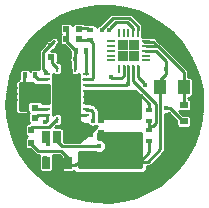
<source format=gbr>
G04 #@! TF.GenerationSoftware,KiCad,Pcbnew,(5.0.1)-4*
G04 #@! TF.CreationDate,2019-01-02T12:26:21-05:00*
G04 #@! TF.ProjectId,XHP70_LED_driver,58485037305F4C45445F647269766572,rev?*
G04 #@! TF.SameCoordinates,Original*
G04 #@! TF.FileFunction,Copper,L1,Top,Signal*
G04 #@! TF.FilePolarity,Positive*
%FSLAX46Y46*%
G04 Gerber Fmt 4.6, Leading zero omitted, Abs format (unit mm)*
G04 Created by KiCad (PCBNEW (5.0.1)-4) date 1/2/2019 12:26:21 PM*
%MOMM*%
%LPD*%
G01*
G04 APERTURE LIST*
G04 #@! TA.AperFunction,ComponentPad*
%ADD10R,0.500000X0.500000*%
G04 #@! TD*
G04 #@! TA.AperFunction,SMDPad,CuDef*
%ADD11R,0.240000X0.600000*%
G04 #@! TD*
G04 #@! TA.AperFunction,SMDPad,CuDef*
%ADD12R,0.600000X0.240000*%
G04 #@! TD*
G04 #@! TA.AperFunction,SMDPad,CuDef*
%ADD13R,0.925000X0.925000*%
G04 #@! TD*
G04 #@! TA.AperFunction,SMDPad,CuDef*
%ADD14O,0.200000X0.750000*%
G04 #@! TD*
G04 #@! TA.AperFunction,SMDPad,CuDef*
%ADD15O,0.750000X0.200000*%
G04 #@! TD*
G04 #@! TA.AperFunction,SMDPad,CuDef*
%ADD16R,0.600000X0.500000*%
G04 #@! TD*
G04 #@! TA.AperFunction,SMDPad,CuDef*
%ADD17R,1.000000X1.250000*%
G04 #@! TD*
G04 #@! TA.AperFunction,SMDPad,CuDef*
%ADD18R,2.500000X1.000000*%
G04 #@! TD*
G04 #@! TA.AperFunction,SMDPad,CuDef*
%ADD19R,1.300000X0.700000*%
G04 #@! TD*
G04 #@! TA.AperFunction,SMDPad,CuDef*
%ADD20R,0.700000X0.600000*%
G04 #@! TD*
G04 #@! TA.AperFunction,SMDPad,CuDef*
%ADD21R,0.500000X0.600000*%
G04 #@! TD*
G04 #@! TA.AperFunction,SMDPad,CuDef*
%ADD22R,0.600000X0.400000*%
G04 #@! TD*
G04 #@! TA.AperFunction,SMDPad,CuDef*
%ADD23R,0.650000X1.060000*%
G04 #@! TD*
G04 #@! TA.AperFunction,SMDPad,CuDef*
%ADD24R,0.400000X0.600000*%
G04 #@! TD*
G04 #@! TA.AperFunction,ViaPad*
%ADD25C,0.450000*%
G04 #@! TD*
G04 #@! TA.AperFunction,Conductor*
%ADD26C,0.250000*%
G04 #@! TD*
G04 #@! TA.AperFunction,Conductor*
%ADD27C,0.254000*%
G04 #@! TD*
%ADD28C,0.254000*%
G04 APERTURE END LIST*
D10*
G04 #@! TO.P,U1,21*
G04 #@! TO.N,GND*
X99500000Y-57250000D03*
X100500000Y-57750000D03*
X99500000Y-57750000D03*
X100000000Y-57750000D03*
X100500000Y-57250000D03*
X100500000Y-56250000D03*
X100500000Y-56750000D03*
X100000000Y-57250000D03*
X100000000Y-56750000D03*
X99500000Y-56750000D03*
X100000000Y-56250000D03*
X99500000Y-56250000D03*
X100000000Y-55750000D03*
X99500000Y-55750000D03*
X99000000Y-56250000D03*
X99000000Y-56750000D03*
X99000000Y-57250000D03*
X99000000Y-57750000D03*
X99500000Y-58250000D03*
X100000000Y-58250000D03*
X100500000Y-58250000D03*
X99000000Y-58250000D03*
X100500000Y-55750000D03*
X99000000Y-55750000D03*
D11*
X99500000Y-54850000D03*
X99500000Y-59150000D03*
X100000000Y-54850000D03*
X100000000Y-59150000D03*
D12*
G04 #@! TO.P,U1,18*
G04 #@! TO.N,Net-(C8-Pad2)*
X101400000Y-55750000D03*
G04 #@! TO.P,U1,16*
G04 #@! TO.N,/LED_A*
X101400000Y-56750000D03*
G04 #@! TO.P,U1,17*
G04 #@! TO.N,/ADC_IOUT*
X101400000Y-56250000D03*
G04 #@! TO.P,U1,13*
G04 #@! TO.N,/MODE*
X101400000Y-58250000D03*
G04 #@! TO.P,U1,15*
G04 #@! TO.N,/LED_A*
X101400000Y-57250000D03*
G04 #@! TO.P,U1,12*
G04 #@! TO.N,GND*
X101400000Y-58750000D03*
G04 #@! TO.P,U1,19*
G04 #@! TO.N,Net-(R4-Pad2)*
X101400000Y-55250000D03*
G04 #@! TO.P,U1,14*
G04 #@! TO.N,/LED_A*
X101400000Y-57750000D03*
D11*
G04 #@! TO.P,U1,11*
G04 #@! TO.N,GND*
X100500000Y-59150000D03*
G04 #@! TO.P,U1,20*
G04 #@! TO.N,/LED_K*
X100500000Y-54850000D03*
D12*
G04 #@! TO.P,U1,9*
G04 #@! TO.N,+BATT*
X98100000Y-58750000D03*
G04 #@! TO.P,U1,2*
G04 #@! TO.N,/ENABLE*
X98100000Y-55250000D03*
G04 #@! TO.P,U1,3*
G04 #@! TO.N,Net-(R1-Pad1)*
X98100000Y-55750000D03*
G04 #@! TO.P,U1,4*
G04 #@! TO.N,Net-(C1-Pad2)*
X98100000Y-56250000D03*
G04 #@! TO.P,U1,8*
G04 #@! TO.N,Net-(C1-Pad1)*
X98100000Y-58250000D03*
G04 #@! TO.P,U1,7*
G04 #@! TO.N,Net-(C1-Pad2)*
X98100000Y-57750000D03*
G04 #@! TO.P,U1,6*
X98100000Y-57250000D03*
G04 #@! TO.P,U1,5*
X98100000Y-56750000D03*
D11*
G04 #@! TO.P,U1,10*
G04 #@! TO.N,Net-(C6-Pad2)*
X99000000Y-59150000D03*
G04 #@! TO.P,U1,1*
G04 #@! TO.N,Net-(C4-Pad2)*
X99000000Y-54850000D03*
G04 #@! TD*
D13*
G04 #@! TO.P,U2,21*
G04 #@! TO.N,N/C*
X105475000Y-53800000D03*
X105475000Y-52875000D03*
X104550000Y-53800000D03*
X104550000Y-52875000D03*
D14*
G04 #@! TO.P,U2,20*
G04 #@! TO.N,/MODE*
X105812500Y-54837500D03*
G04 #@! TO.P,U2,19*
G04 #@! TO.N,/ADC_VOUT*
X105412500Y-54837500D03*
G04 #@! TO.P,U2,18*
G04 #@! TO.N,/ADC_IOUT*
X105012500Y-54837500D03*
G04 #@! TO.P,U2,17*
G04 #@! TO.N,+BATT*
X104612500Y-54837500D03*
G04 #@! TO.P,U2,16*
G04 #@! TO.N,Net-(U2-Pad16)*
X104212500Y-54837500D03*
D15*
G04 #@! TO.P,U2,15*
G04 #@! TO.N,Net-(U2-Pad15)*
X103512500Y-54137500D03*
G04 #@! TO.P,U2,14*
G04 #@! TO.N,Net-(U2-Pad14)*
X103512500Y-53737500D03*
G04 #@! TO.P,U2,13*
G04 #@! TO.N,Net-(U2-Pad13)*
X103512500Y-53337500D03*
G04 #@! TO.P,U2,12*
G04 #@! TO.N,Net-(U2-Pad12)*
X103512500Y-52937500D03*
G04 #@! TO.P,U2,11*
G04 #@! TO.N,Net-(U2-Pad11)*
X103512500Y-52537500D03*
D14*
G04 #@! TO.P,U2,10*
G04 #@! TO.N,Net-(U2-Pad10)*
X104212500Y-51837500D03*
G04 #@! TO.P,U2,9*
G04 #@! TO.N,Net-(U2-Pad9)*
X104612500Y-51837500D03*
G04 #@! TO.P,U2,8*
G04 #@! TO.N,Net-(U2-Pad8)*
X105012500Y-51837500D03*
G04 #@! TO.P,U2,7*
G04 #@! TO.N,/DAC_OUT*
X105412500Y-51837500D03*
G04 #@! TO.P,U2,6*
G04 #@! TO.N,/ENABLE*
X105812500Y-51837500D03*
D15*
G04 #@! TO.P,U2,5*
G04 #@! TO.N,Net-(C5-Pad2)*
X106512500Y-52537500D03*
G04 #@! TO.P,U2,4*
X106512500Y-52937500D03*
G04 #@! TO.P,U2,3*
G04 #@! TO.N,/LED_K*
X106512500Y-53337500D03*
G04 #@! TO.P,U2,2*
G04 #@! TO.N,Net-(U2-Pad2)*
X106512500Y-53737500D03*
G04 #@! TO.P,U2,1*
G04 #@! TO.N,Net-(U2-Pad1)*
X106512500Y-54137500D03*
G04 #@! TD*
D16*
G04 #@! TO.P,C1,2*
G04 #@! TO.N,Net-(C1-Pad2)*
X96000000Y-58200000D03*
G04 #@! TO.P,C1,1*
G04 #@! TO.N,Net-(C1-Pad1)*
X97100000Y-58200000D03*
G04 #@! TD*
D17*
G04 #@! TO.P,C5,2*
G04 #@! TO.N,Net-(C5-Pad2)*
X109700000Y-56400000D03*
G04 #@! TO.P,C5,1*
G04 #@! TO.N,/LED_K*
X107700000Y-56400000D03*
G04 #@! TD*
D18*
G04 #@! TO.P,C11,2*
G04 #@! TO.N,/LED_A*
X104600000Y-58400000D03*
G04 #@! TO.P,C11,1*
G04 #@! TO.N,/LED_K*
X104600000Y-61400000D03*
G04 #@! TD*
D19*
G04 #@! TO.P,R6,2*
G04 #@! TO.N,GND*
X101400000Y-60300000D03*
G04 #@! TO.P,R6,1*
G04 #@! TO.N,/LED_K*
X101400000Y-62200000D03*
G04 #@! TD*
D20*
G04 #@! TO.P,D1,1*
G04 #@! TO.N,Net-(C5-Pad2)*
X109700000Y-57900000D03*
G04 #@! TO.P,D1,2*
G04 #@! TO.N,+BATT*
X109700000Y-59300000D03*
G04 #@! TD*
D21*
G04 #@! TO.P,C6,1*
G04 #@! TO.N,/LED_K*
X96750000Y-61100000D03*
G04 #@! TO.P,C6,2*
G04 #@! TO.N,Net-(C6-Pad2)*
X96750000Y-60000000D03*
G04 #@! TD*
D16*
G04 #@! TO.P,C7,2*
G04 #@! TO.N,Net-(C7-Pad2)*
X100850000Y-51450000D03*
G04 #@! TO.P,C7,1*
G04 #@! TO.N,/LED_K*
X99750000Y-51450000D03*
G04 #@! TD*
D22*
G04 #@! TO.P,R3,2*
G04 #@! TO.N,/ADC_VOUT*
X106800000Y-60050000D03*
G04 #@! TO.P,R3,1*
G04 #@! TO.N,/LED_K*
X106800000Y-60950000D03*
G04 #@! TD*
D23*
G04 #@! TO.P,U3,5*
G04 #@! TO.N,Net-(R7-Pad2)*
X99000000Y-60600000D03*
G04 #@! TO.P,U3,6*
G04 #@! TO.N,+BATT*
X98050000Y-60600000D03*
G04 #@! TO.P,U3,4*
G04 #@! TO.N,GND*
X99950000Y-60600000D03*
G04 #@! TO.P,U3,3*
G04 #@! TO.N,/LED_K*
X99950000Y-62800000D03*
G04 #@! TO.P,U3,2*
G04 #@! TO.N,GND*
X99000000Y-62800000D03*
G04 #@! TO.P,U3,1*
G04 #@! TO.N,/ADC_IOUT*
X98050000Y-62800000D03*
G04 #@! TD*
D16*
G04 #@! TO.P,C4,2*
G04 #@! TO.N,Net-(C4-Pad2)*
X98500000Y-53850000D03*
G04 #@! TO.P,C4,1*
G04 #@! TO.N,GND*
X99600000Y-53850000D03*
G04 #@! TD*
G04 #@! TO.P,C3,1*
G04 #@! TO.N,GND*
X96000000Y-59000000D03*
G04 #@! TO.P,C3,2*
G04 #@! TO.N,+BATT*
X97100000Y-59000000D03*
G04 #@! TD*
G04 #@! TO.P,C8,2*
G04 #@! TO.N,Net-(C8-Pad2)*
X100850000Y-52350000D03*
G04 #@! TO.P,C8,1*
G04 #@! TO.N,/LED_K*
X99750000Y-52350000D03*
G04 #@! TD*
D24*
G04 #@! TO.P,R1,1*
G04 #@! TO.N,Net-(R1-Pad1)*
X97150000Y-55400000D03*
G04 #@! TO.P,R1,2*
G04 #@! TO.N,Net-(C1-Pad2)*
X96250000Y-55400000D03*
G04 #@! TD*
D22*
G04 #@! TO.P,R2,1*
G04 #@! TO.N,/ADC_VOUT*
X106800000Y-59250000D03*
G04 #@! TO.P,R2,2*
G04 #@! TO.N,/LED_A*
X106800000Y-58350000D03*
G04 #@! TD*
G04 #@! TO.P,R5,2*
G04 #@! TO.N,Net-(C7-Pad2)*
X101800000Y-51550000D03*
G04 #@! TO.P,R5,1*
G04 #@! TO.N,Net-(C8-Pad2)*
X101800000Y-52450000D03*
G04 #@! TD*
D21*
G04 #@! TO.P,C10,2*
G04 #@! TO.N,/LED_A*
X102700000Y-59150000D03*
G04 #@! TO.P,C10,1*
G04 #@! TO.N,/LED_K*
X102700000Y-60250000D03*
G04 #@! TD*
D24*
G04 #@! TO.P,R4,2*
G04 #@! TO.N,Net-(R4-Pad2)*
X101450000Y-53300000D03*
G04 #@! TO.P,R4,1*
G04 #@! TO.N,/LED_K*
X100550000Y-53300000D03*
G04 #@! TD*
D25*
G04 #@! TO.N,Net-(R7-Pad2)*
X102499984Y-61400000D03*
G04 #@! TO.N,/ENABLE*
X102750000Y-51550000D03*
G04 #@! TO.N,/LED_K*
X100500000Y-54050000D03*
G04 #@! TO.N,Net-(C1-Pad2)*
X96400000Y-57700000D03*
X95900000Y-57700000D03*
X96900000Y-56700000D03*
X96900000Y-57200000D03*
X96400000Y-57200000D03*
X95900000Y-57200000D03*
X96900000Y-56200000D03*
X96400000Y-56200000D03*
X95900000Y-56200000D03*
G04 #@! TO.N,+BATT*
X98199992Y-61200000D03*
X103550000Y-55550012D03*
X98000024Y-59340987D03*
X108206036Y-58200000D03*
G04 #@! TO.N,Net-(C1-Pad2)*
X95900000Y-56700000D03*
X96400000Y-56699998D03*
G04 #@! TO.N,GND*
X95600000Y-59100000D03*
X100599984Y-60600000D03*
X99000000Y-62377010D03*
G04 #@! TO.N,/LED_K*
X108200000Y-54900012D03*
G04 #@! TO.N,/DAC_OUT*
X103362298Y-51562298D03*
G04 #@! TO.N,/ADC_IOUT*
X97994979Y-62377010D03*
X104950000Y-56150000D03*
G04 #@! TO.N,/ENABLE*
X98399999Y-52850001D03*
G04 #@! TO.N,/MODE*
X102000000Y-59300000D03*
X106450000Y-56200004D03*
G04 #@! TD*
D26*
G04 #@! TO.N,+BATT*
X98050000Y-60600000D02*
X98199992Y-60749992D01*
X98199992Y-60881802D02*
X98199992Y-61200000D01*
X98199992Y-60749992D02*
X98199992Y-60881802D01*
X98100000Y-58750000D02*
X98100000Y-59241011D01*
X98100000Y-59241011D02*
X98000024Y-59340987D01*
X97350000Y-58750000D02*
X97100000Y-59000000D01*
X98100000Y-58750000D02*
X97350000Y-58750000D01*
X109650000Y-59300000D02*
X108550000Y-58200000D01*
X109700000Y-59300000D02*
X109650000Y-59300000D01*
X108550000Y-58200000D02*
X108206036Y-58200000D01*
X103550000Y-55600000D02*
X103550000Y-55550012D01*
X103600000Y-55650000D02*
X103550000Y-55600000D01*
X104400000Y-55650000D02*
X103600000Y-55650000D01*
X104612500Y-54600000D02*
X104612500Y-55437500D01*
X104612500Y-55437500D02*
X104400000Y-55650000D01*
G04 #@! TO.N,GND*
X100000000Y-59150000D02*
X100000000Y-58250000D01*
X99500000Y-59150000D02*
X99500000Y-58500000D01*
X99500000Y-54850000D02*
X99500000Y-55500000D01*
X100000000Y-54850000D02*
X100000000Y-55500000D01*
X99800000Y-60000000D02*
X99800010Y-60000010D01*
X100000000Y-59150000D02*
X100000000Y-59800020D01*
X100000000Y-59800020D02*
X99800010Y-60000010D01*
X100850000Y-58750000D02*
X100500000Y-59100000D01*
X101400000Y-58750000D02*
X100850000Y-58750000D01*
G04 #@! TO.N,Net-(C1-Pad1)*
X98100000Y-58250000D02*
X98099996Y-58249996D01*
X98100000Y-58250000D02*
X97250000Y-58250000D01*
G04 #@! TO.N,/LED_K*
X101000000Y-61950000D02*
X101000000Y-62000000D01*
X100525000Y-63000000D02*
X101325000Y-62200000D01*
X99950000Y-63000000D02*
X100525000Y-63000000D01*
X101325000Y-62200000D02*
X101400000Y-62200000D01*
G04 #@! TO.N,/LED_A*
X104400000Y-57800000D02*
X104800000Y-58200000D01*
G04 #@! TO.N,GND*
X95600000Y-59100000D02*
X96000000Y-59100000D01*
X101400000Y-60200000D02*
X101400000Y-59900000D01*
X101000000Y-60600000D02*
X101400000Y-60200000D01*
X100400000Y-60600000D02*
X101000000Y-60600000D01*
X99500000Y-59150000D02*
X99500000Y-59700000D01*
X99500000Y-59700000D02*
X100400000Y-60600000D01*
X100000000Y-54300000D02*
X100000000Y-54900000D01*
X99650000Y-53900000D02*
X99650000Y-53950000D01*
X99650000Y-53950000D02*
X100000000Y-54300000D01*
X99500000Y-54850000D02*
X99500000Y-54100000D01*
X99500000Y-54100000D02*
X99700000Y-53900000D01*
X99000000Y-62800000D02*
X99000000Y-63851972D01*
X99950000Y-60600000D02*
X100599984Y-60600000D01*
X100000000Y-56750000D02*
X100000000Y-57300000D01*
G04 #@! TO.N,Net-(C4-Pad2)*
X98550000Y-54400000D02*
X98950000Y-54800000D01*
X98550000Y-53900000D02*
X98550000Y-54400000D01*
X98950000Y-54800000D02*
X99000000Y-54800000D01*
G04 #@! TO.N,Net-(C5-Pad2)*
X109700000Y-56300000D02*
X109700000Y-57800000D01*
X107100000Y-52550000D02*
X106350000Y-52550000D01*
X109700000Y-56300000D02*
X109700000Y-55150000D01*
X107487500Y-52937500D02*
X107500000Y-52950000D01*
X106512500Y-52937500D02*
X107487500Y-52937500D01*
X109700000Y-55150000D02*
X107500000Y-52950000D01*
X107500000Y-52950000D02*
X107100000Y-52550000D01*
G04 #@! TO.N,Net-(R1-Pad1)*
X97351018Y-55750000D02*
X97101018Y-55500000D01*
X98100000Y-55750000D02*
X97351018Y-55750000D01*
G04 #@! TO.N,/LED_K*
X106000000Y-62700000D02*
X104500000Y-62700000D01*
X106800000Y-60950000D02*
X106800000Y-61900000D01*
X106800000Y-61900000D02*
X106000000Y-62700000D01*
X104200000Y-60250000D02*
X104600000Y-60650000D01*
X102700000Y-60250000D02*
X104200000Y-60250000D01*
X104600000Y-60650000D02*
X104600000Y-61400000D01*
X99900000Y-62400000D02*
X99900000Y-63000000D01*
X99300000Y-61800000D02*
X99900000Y-62400000D01*
X96700000Y-61100000D02*
X97400000Y-61800000D01*
X97400000Y-61800000D02*
X99300000Y-61800000D01*
X100500000Y-54850000D02*
X100500000Y-53400000D01*
X100500000Y-53400000D02*
X100600000Y-53300000D01*
X100500000Y-53250000D02*
X100500000Y-53300000D01*
X99750000Y-52500000D02*
X100500000Y-53250000D01*
X99800000Y-51400000D02*
X99800000Y-52450000D01*
X99800000Y-52450000D02*
X99750000Y-52500000D01*
X108200000Y-54581814D02*
X108200000Y-54900012D01*
X108200000Y-54200000D02*
X108200000Y-54581814D01*
X106450000Y-53350000D02*
X107350000Y-53350000D01*
X107350000Y-53350000D02*
X108200000Y-54200000D01*
X106700000Y-62700000D02*
X104400000Y-62700000D01*
X108200000Y-55300000D02*
X107700000Y-55800000D01*
X108200000Y-54900012D02*
X108200000Y-55300000D01*
X107700000Y-55800000D02*
X107700000Y-56250000D01*
X107700000Y-56250000D02*
X107729012Y-56279012D01*
X107729012Y-56279012D02*
X107729012Y-61670988D01*
X107729012Y-61670988D02*
X106700000Y-62700000D01*
G04 #@! TO.N,Net-(C6-Pad2)*
X98282001Y-59817999D02*
X99000000Y-59100000D01*
X96882001Y-59817999D02*
X98282001Y-59817999D01*
X96700000Y-60050000D02*
X96700000Y-60000000D01*
X96700000Y-60000000D02*
X96882001Y-59817999D01*
G04 #@! TO.N,/LED_A*
X102750000Y-59000000D02*
X102700000Y-59000000D01*
X104000000Y-57400000D02*
X104000000Y-57750000D01*
X104000000Y-57750000D02*
X102750000Y-59000000D01*
X106800000Y-58350000D02*
X106800000Y-57800000D01*
X106100000Y-57100000D02*
X104400000Y-57100000D01*
X106800000Y-57800000D02*
X106100000Y-57100000D01*
G04 #@! TO.N,Net-(R4-Pad2)*
X101400000Y-55250000D02*
X101400000Y-54880000D01*
X101400000Y-54880000D02*
X101400000Y-53300000D01*
G04 #@! TO.N,Net-(C7-Pad2)*
X101500000Y-51400000D02*
X101700000Y-51600000D01*
X100950000Y-51400000D02*
X101500000Y-51400000D01*
X101700000Y-51600000D02*
X101800000Y-51600000D01*
G04 #@! TO.N,/DAC_OUT*
X103587297Y-51337299D02*
X103362298Y-51562298D01*
X103997585Y-50927011D02*
X103587297Y-51337299D01*
X104943837Y-50927011D02*
X103997585Y-50927011D01*
X105400000Y-51550000D02*
X105400000Y-51383174D01*
X105400000Y-51383174D02*
X104943837Y-50927011D01*
G04 #@! TO.N,Net-(R7-Pad2)*
X99400000Y-61400000D02*
X102500000Y-61400000D01*
X99000000Y-60600000D02*
X99000000Y-61000000D01*
X99000000Y-61000000D02*
X99400000Y-61400000D01*
G04 #@! TO.N,/ADC_IOUT*
X97994979Y-62744979D02*
X97994979Y-62695208D01*
X98050000Y-62800000D02*
X97994979Y-62744979D01*
X97994979Y-62695208D02*
X97994979Y-62377010D01*
X104850000Y-56250000D02*
X101350000Y-56250000D01*
X105012500Y-54600000D02*
X105012500Y-56087500D01*
X105012500Y-56087500D02*
X104850000Y-56250000D01*
G04 #@! TO.N,/ADC_VOUT*
X106800000Y-59250000D02*
X106800000Y-59700000D01*
X106800000Y-59700000D02*
X106800000Y-60000000D01*
X107352002Y-57818830D02*
X107352002Y-59447998D01*
X105412500Y-55879328D02*
X107352002Y-57818830D01*
X107352002Y-59447998D02*
X107100000Y-59700000D01*
X107100000Y-59700000D02*
X106800000Y-59700000D01*
X105412500Y-54600000D02*
X105412500Y-55879328D01*
G04 #@! TO.N,/ENABLE*
X97800000Y-54900000D02*
X98100000Y-55200000D01*
X98750000Y-52500000D02*
X97800000Y-53450000D01*
X97800000Y-53450000D02*
X97800000Y-54900000D01*
X102750000Y-51500000D02*
X102750000Y-51550000D01*
X103700000Y-50550000D02*
X102750000Y-51500000D01*
X105100000Y-50550000D02*
X103700000Y-50550000D01*
X105812500Y-51262500D02*
X105100000Y-50550000D01*
X105812500Y-51600000D02*
X105812500Y-51262500D01*
G04 #@! TO.N,/MODE*
X101823602Y-58300000D02*
X101400000Y-58300000D01*
X102000000Y-59300000D02*
X102000000Y-58476398D01*
X102000000Y-58476398D02*
X101823602Y-58300000D01*
X105812500Y-54600000D02*
X105812500Y-55562504D01*
X105812500Y-55562504D02*
X106225001Y-55975005D01*
X106225001Y-55975005D02*
X106450000Y-56200004D01*
G04 #@! TO.N,Net-(C1-Pad2)*
X95900000Y-58018198D02*
X95981802Y-58100000D01*
X95900000Y-57700000D02*
X95900000Y-58018198D01*
X96200000Y-55400000D02*
X96200000Y-56050016D01*
G04 #@! TO.N,Net-(C8-Pad2)*
X101950000Y-55750000D02*
X101200000Y-55750000D01*
X102050000Y-55650000D02*
X101950000Y-55750000D01*
X102050000Y-52650000D02*
X102050000Y-55650000D01*
X100850000Y-52400000D02*
X101800000Y-52400000D01*
X101800000Y-52400000D02*
X102050000Y-52650000D01*
G04 #@! TD*
D27*
G04 #@! TO.N,Net-(C1-Pad2)*
X95827000Y-56027000D02*
X96753608Y-56027000D01*
X95827000Y-56268300D02*
X98273000Y-56268300D01*
X95827000Y-56509600D02*
X98273000Y-56509600D01*
X95827000Y-56750900D02*
X98273000Y-56750900D01*
X95827000Y-56992200D02*
X98273000Y-56992200D01*
X95827000Y-57233500D02*
X98273000Y-57233500D01*
X95827000Y-57474800D02*
X98273000Y-57474800D01*
X95827000Y-57716100D02*
X96498062Y-57716100D01*
X97701939Y-57716100D02*
X98273000Y-57716100D01*
X95827000Y-57957400D02*
X96411536Y-57957400D01*
X95827000Y-58198700D02*
X96411536Y-58198700D01*
X98273000Y-56258464D02*
X98273000Y-57741536D01*
X98031700Y-56258464D02*
X98031700Y-57741536D01*
X97790400Y-56256554D02*
X97790400Y-57743445D01*
X97549100Y-56256000D02*
X97549100Y-57591401D01*
X97307800Y-56257316D02*
X97307800Y-57561536D01*
X97066500Y-56168452D02*
X97066500Y-57561536D01*
X96825200Y-56063639D02*
X96825200Y-57561536D01*
X96583900Y-56027000D02*
X96583900Y-57636168D01*
X96342600Y-56027000D02*
X96342600Y-58370010D01*
X96101300Y-56027000D02*
X96101300Y-58361536D01*
X95860000Y-56027000D02*
X95860000Y-58361536D01*
D28*
X96801341Y-56058894D02*
X96950000Y-56088464D01*
X96968611Y-56088464D01*
X96986212Y-56114806D01*
X97153587Y-56226641D01*
X97301183Y-56256000D01*
X97351017Y-56265913D01*
X97400851Y-56256000D01*
X97787613Y-56256000D01*
X97800000Y-56258464D01*
X98273000Y-56258464D01*
X98273000Y-57741536D01*
X98137463Y-57741536D01*
X98099996Y-57734083D01*
X98062529Y-57741536D01*
X97800000Y-57741536D01*
X97787613Y-57744000D01*
X97720580Y-57744000D01*
X97674686Y-57675314D01*
X97548659Y-57591106D01*
X97400000Y-57561536D01*
X96800000Y-57561536D01*
X96651341Y-57591106D01*
X96525314Y-57675314D01*
X96441106Y-57801341D01*
X96411536Y-57950000D01*
X96411536Y-58373000D01*
X96357633Y-58373000D01*
X96300000Y-58361536D01*
X95827000Y-58361536D01*
X95827000Y-56027000D01*
X96753608Y-56027000D01*
X96801341Y-56058894D01*
D27*
G04 #@! TO.N,/LED_A*
X105140553Y-56727000D02*
X105544581Y-56727000D01*
X101327000Y-56968300D02*
X105785881Y-56968300D01*
X101327000Y-57209600D02*
X105973000Y-57209600D01*
X101327000Y-57450900D02*
X105973000Y-57450900D01*
X101327000Y-57692200D02*
X105973000Y-57692200D01*
X102185873Y-57933500D02*
X105973000Y-57933500D01*
X102407040Y-58174800D02*
X105973000Y-58174800D01*
X102503919Y-58416100D02*
X105973000Y-58416100D01*
X102506000Y-58657400D02*
X105973000Y-58657400D01*
X102506000Y-58898700D02*
X105973000Y-58898700D01*
X105973000Y-57155419D02*
X105973000Y-58973000D01*
X105731700Y-56914119D02*
X105731700Y-58973000D01*
X105490400Y-56727000D02*
X105490400Y-58973000D01*
X105249100Y-56727000D02*
X105249100Y-58973000D01*
X105007800Y-56756000D02*
X105007800Y-58973000D01*
X104766500Y-56756000D02*
X104766500Y-58973000D01*
X104525200Y-56756000D02*
X104525200Y-58973000D01*
X104283900Y-56756000D02*
X104283900Y-58973000D01*
X104042600Y-56756000D02*
X104042600Y-58973000D01*
X103801300Y-56756000D02*
X103801300Y-58973000D01*
X103560000Y-56756000D02*
X103560000Y-58973000D01*
X103318700Y-56756000D02*
X103318700Y-58973000D01*
X103077400Y-56756000D02*
X103077400Y-58973000D01*
X102836100Y-56756000D02*
X102836100Y-58973000D01*
X102594800Y-56756000D02*
X102594800Y-58973000D01*
X102353500Y-56756000D02*
X102353500Y-58104038D01*
X102112200Y-56756000D02*
X102112200Y-57884275D01*
X101870900Y-56756000D02*
X101870900Y-57785968D01*
X101629600Y-56758464D02*
X101629600Y-57741536D01*
X101388300Y-56758464D02*
X101388300Y-57741536D01*
D28*
X105973000Y-57155419D02*
X105973000Y-58973000D01*
X102520482Y-58973000D01*
X102513742Y-58956729D01*
X102506000Y-58948987D01*
X102506000Y-58526231D01*
X102515913Y-58476397D01*
X102506000Y-58426563D01*
X102476641Y-58278967D01*
X102364806Y-58111592D01*
X102322552Y-58083359D01*
X102216641Y-57977448D01*
X102188408Y-57935194D01*
X102021033Y-57823359D01*
X101886943Y-57796687D01*
X101848659Y-57771106D01*
X101700000Y-57741536D01*
X101327000Y-57741536D01*
X101327000Y-56758464D01*
X101700000Y-56758464D01*
X101712387Y-56756000D01*
X104800166Y-56756000D01*
X104850000Y-56765913D01*
X104899834Y-56756000D01*
X105070541Y-56756000D01*
X105140553Y-56727000D01*
X105544581Y-56727000D01*
X105973000Y-57155419D01*
D27*
G04 #@! TO.N,/LED_K*
X102448651Y-60327000D02*
X106076088Y-60327000D01*
X102438464Y-60568300D02*
X106076088Y-60568300D01*
X102658187Y-60809600D02*
X106076088Y-60809600D01*
X103007897Y-61050900D02*
X106076088Y-61050900D01*
X103105984Y-61292200D02*
X106076088Y-61292200D01*
X103100616Y-61533500D02*
X106076088Y-61533500D01*
X102982197Y-61774800D02*
X106076088Y-61774800D01*
X100830088Y-62016100D02*
X106076088Y-62016100D01*
X100830088Y-62257400D02*
X106076088Y-62257400D01*
X100830088Y-62498700D02*
X106076088Y-62498700D01*
X100830088Y-62740000D02*
X106076088Y-62740000D01*
X100830088Y-62981300D02*
X106076088Y-62981300D01*
X106076088Y-60327000D02*
X106076088Y-63173000D01*
X105834788Y-60327000D02*
X105834788Y-63173000D01*
X105593488Y-60327000D02*
X105593488Y-63173000D01*
X105352188Y-60327000D02*
X105352188Y-63173000D01*
X105110888Y-60327000D02*
X105110888Y-63173000D01*
X104869588Y-60327000D02*
X104869588Y-63173000D01*
X104628288Y-60327000D02*
X104628288Y-63173000D01*
X104386988Y-60327000D02*
X104386988Y-63173000D01*
X104145688Y-60327000D02*
X104145688Y-63173000D01*
X103904388Y-60327000D02*
X103904388Y-63173000D01*
X103663088Y-60327000D02*
X103663088Y-63173000D01*
X103421788Y-60327000D02*
X103421788Y-63173000D01*
X103180488Y-60327000D02*
X103180488Y-63173000D01*
X102939188Y-60327000D02*
X102939188Y-60982191D01*
X102939188Y-61817809D02*
X102939188Y-63173000D01*
X102697888Y-60327000D02*
X102697888Y-60826045D01*
X102697888Y-61973956D02*
X102697888Y-63173000D01*
X102456588Y-60327000D02*
X102456588Y-60794000D01*
X102456588Y-62006000D02*
X102456588Y-63173000D01*
X102215288Y-61938004D02*
X102215288Y-63173000D01*
X101973988Y-61906000D02*
X101973988Y-63173000D01*
X101732688Y-61906000D02*
X101732688Y-63173000D01*
X101491388Y-61906000D02*
X101491388Y-63173000D01*
X101250088Y-61906000D02*
X101250088Y-63173000D01*
X101008788Y-61906000D02*
X101008788Y-63173000D01*
D28*
X106076088Y-63173000D02*
X100830088Y-63173000D01*
X100830088Y-61906000D01*
X102148971Y-61906000D01*
X102156713Y-61913742D01*
X102379443Y-62006000D01*
X102620525Y-62006000D01*
X102843255Y-61913742D01*
X103013726Y-61743271D01*
X103105984Y-61520541D01*
X103105984Y-61279459D01*
X103013726Y-61056729D01*
X102843255Y-60886258D01*
X102620525Y-60794000D01*
X102409821Y-60794000D01*
X102438464Y-60650000D01*
X102438464Y-60335389D01*
X102448651Y-60327000D01*
X106076088Y-60327000D01*
X106076088Y-63173000D01*
D27*
G04 #@! TO.N,GND*
X102478964Y-49518374D02*
X102478964Y-49518374D01*
X101016364Y-49759674D02*
X104993255Y-49759674D01*
X100183360Y-50000974D02*
X105829989Y-50000974D01*
X99617640Y-50242274D02*
X103477546Y-50242274D01*
X105322455Y-50242274D02*
X106379685Y-50242274D01*
X99103885Y-50483574D02*
X103230440Y-50483574D01*
X105569561Y-50483574D02*
X106905283Y-50483574D01*
X98700702Y-50724874D02*
X102989140Y-50724874D01*
X105810861Y-50724874D02*
X107299049Y-50724874D01*
X98297519Y-50966174D02*
X99348636Y-50966174D01*
X100151365Y-50966174D02*
X100448636Y-50966174D01*
X101251365Y-50966174D02*
X102747840Y-50966174D01*
X106052161Y-50966174D02*
X107692815Y-50966174D01*
X97987903Y-51207474D02*
X99194772Y-51207474D01*
X102311616Y-51207474D02*
X102415117Y-51207474D01*
X106187914Y-51207474D02*
X108016290Y-51207474D01*
X97686711Y-51448774D02*
X99194772Y-51448774D01*
X106191500Y-51448774D02*
X108311101Y-51448774D01*
X97385519Y-51690074D02*
X99194772Y-51690074D01*
X106181229Y-51690074D02*
X108605912Y-51690074D01*
X97155998Y-51931374D02*
X99259805Y-51931374D01*
X106166500Y-51931374D02*
X108847969Y-51931374D01*
X96927013Y-52172674D02*
X98558394Y-52172674D01*
X98941607Y-52172674D02*
X99194772Y-52172674D01*
X106162285Y-52172674D02*
X106314395Y-52172674D01*
X107135606Y-52172674D02*
X109072198Y-52172674D01*
X96698028Y-52413974D02*
X98200973Y-52413974D01*
X99119957Y-52413974D02*
X99194772Y-52413974D01*
X107499961Y-52413974D02*
X109296428Y-52413974D01*
X96502362Y-52655274D02*
X97962191Y-52655274D01*
X99096746Y-52655274D02*
X99201338Y-52655274D01*
X107741261Y-52655274D02*
X109503137Y-52655274D01*
X96328970Y-52896574D02*
X97817440Y-52896574D01*
X98889413Y-52896574D02*
X99610587Y-52896574D01*
X107982561Y-52896574D02*
X109672725Y-52896574D01*
X96155578Y-53137874D02*
X97576140Y-53137874D01*
X98783737Y-53137874D02*
X99851887Y-53137874D01*
X108223861Y-53137874D02*
X109842314Y-53137874D01*
X95982187Y-53379174D02*
X97426144Y-53379174D01*
X98925686Y-53379174D02*
X100093187Y-53379174D01*
X108465161Y-53379174D02*
X110011902Y-53379174D01*
X95845320Y-53620474D02*
X97421000Y-53620474D01*
X99055228Y-53620474D02*
X100096788Y-53620474D01*
X108706461Y-53620474D02*
X110159265Y-53620474D01*
X95717559Y-53861774D02*
X97421000Y-53861774D01*
X99055228Y-53861774D02*
X100059500Y-53861774D01*
X108947761Y-53861774D02*
X110283809Y-53861774D01*
X95589797Y-54103074D02*
X97421000Y-54103074D01*
X99054925Y-54103074D02*
X100022172Y-54103074D01*
X109189061Y-54103074D02*
X110408353Y-54103074D01*
X95462035Y-54344374D02*
X97421000Y-54344374D01*
X99269825Y-54344374D02*
X100120605Y-54344374D01*
X109430361Y-54344374D02*
X110532897Y-54344374D01*
X95360564Y-54585674D02*
X97421000Y-54585674D01*
X99375228Y-54585674D02*
X100121000Y-54585674D01*
X109671661Y-54585674D02*
X110644284Y-54585674D01*
X95272261Y-54826974D02*
X97421000Y-54826974D01*
X99378176Y-54826974D02*
X100121000Y-54826974D01*
X109912961Y-54826974D02*
X110729733Y-54826974D01*
X95183958Y-55068274D02*
X95797897Y-55068274D01*
X99375228Y-55068274D02*
X100124772Y-55068274D01*
X110071262Y-55068274D02*
X110815182Y-55068274D01*
X95095654Y-55309574D02*
X95794772Y-55309574D01*
X98655228Y-55309574D02*
X98682375Y-55309574D01*
X99317624Y-55309574D02*
X100182375Y-55309574D01*
X100817624Y-55309574D02*
X100844772Y-55309574D01*
X110079000Y-55309574D02*
X110900631Y-55309574D01*
X95017105Y-55550874D02*
X95794772Y-55550874D01*
X98641426Y-55550874D02*
X100858575Y-55550874D01*
X110319512Y-55550874D02*
X110986080Y-55550874D01*
X94964493Y-55792174D02*
X95648177Y-55792174D01*
X98655228Y-55792174D02*
X100823320Y-55792174D01*
X110455228Y-55792174D02*
X111038643Y-55792174D01*
X94911881Y-56033474D02*
X95450511Y-56033474D01*
X98636148Y-56033474D02*
X100863853Y-56033474D01*
X110455228Y-56033474D02*
X111088614Y-56033474D01*
X94859269Y-56274774D02*
X95426489Y-56274774D01*
X98655228Y-56274774D02*
X100844772Y-56274774D01*
X110455228Y-56274774D02*
X111138584Y-56274774D01*
X94806657Y-56516074D02*
X95457719Y-56516074D01*
X98627112Y-56516074D02*
X100835695Y-56516074D01*
X110455228Y-56516074D02*
X111188555Y-56516074D01*
X94777672Y-56757374D02*
X95423028Y-56757374D01*
X98655228Y-56757374D02*
X100819000Y-56757374D01*
X110455228Y-56757374D02*
X111226921Y-56757374D01*
X94758681Y-56998674D02*
X95464926Y-56998674D01*
X98619228Y-56998674D02*
X100819000Y-56998674D01*
X110455228Y-56998674D02*
X111243371Y-56998674D01*
X94739691Y-57239974D02*
X95421000Y-57239974D01*
X98655228Y-57239974D02*
X100819000Y-57239974D01*
X110336633Y-57239974D02*
X111259821Y-57239974D01*
X94720700Y-57481274D02*
X95472133Y-57481274D01*
X98628529Y-57481274D02*
X100819000Y-57481274D01*
X110274547Y-57481274D02*
X111276271Y-57481274D01*
X94703001Y-57722574D02*
X95421000Y-57722574D01*
X98655228Y-57722574D02*
X100819000Y-57722574D01*
X110305228Y-57722574D02*
X111292721Y-57722574D01*
X94716915Y-57963874D02*
X95444772Y-57963874D01*
X98636952Y-57963874D02*
X100819000Y-57963874D01*
X110305228Y-57963874D02*
X111296284Y-57963874D01*
X94730828Y-58205174D02*
X95444772Y-58205174D01*
X98655228Y-58205174D02*
X100819000Y-58205174D01*
X110304718Y-58205174D02*
X111275529Y-58205174D01*
X94744741Y-58446474D02*
X95444772Y-58446474D01*
X98642230Y-58446474D02*
X100819000Y-58446474D01*
X110112484Y-58446474D02*
X111253994Y-58446474D01*
X94758654Y-58687774D02*
X95608835Y-58687774D01*
X96391164Y-58687774D02*
X96553448Y-58687774D01*
X98655228Y-58687774D02*
X98684552Y-58687774D01*
X99315449Y-58687774D02*
X100819000Y-58687774D01*
X108108012Y-58687774D02*
X108501787Y-58687774D01*
X109573761Y-58687774D02*
X111232458Y-58687774D01*
X94784905Y-58929074D02*
X96544772Y-58929074D01*
X99375228Y-58929074D02*
X100819000Y-58929074D01*
X108108012Y-58929074D02*
X108743087Y-58929074D01*
X110293914Y-58929074D02*
X111210923Y-58929074D01*
X94832246Y-59170374D02*
X96544772Y-59170374D01*
X99375228Y-59170374D02*
X100832998Y-59170374D01*
X108108012Y-59170374D02*
X108984387Y-59170374D01*
X110305228Y-59170374D02*
X111179284Y-59170374D01*
X94879587Y-59411674D02*
X96604098Y-59411674D01*
X99375228Y-59411674D02*
X100993848Y-59411674D01*
X108108012Y-59411674D02*
X109094772Y-59411674D01*
X110305228Y-59411674D02*
X111124019Y-59411674D01*
X94926929Y-59652974D02*
X96249404Y-59652974D01*
X99273055Y-59652974D02*
X101675565Y-59652974D01*
X108108012Y-59652974D02*
X109100640Y-59652974D01*
X110299359Y-59652974D02*
X111068754Y-59652974D01*
X94974270Y-59894274D02*
X96244772Y-59894274D01*
X99509369Y-59894274D02*
X102182537Y-59894274D01*
X108108012Y-59894274D02*
X111013489Y-59894274D01*
X95049078Y-60135574D02*
X96244772Y-60135574D01*
X99580228Y-60135574D02*
X101881989Y-60135574D01*
X108108012Y-60135574D02*
X110958223Y-60135574D01*
X95131694Y-60376874D02*
X96257890Y-60376874D01*
X99580228Y-60376874D02*
X101588981Y-60376874D01*
X108108012Y-60376874D02*
X110876392Y-60376874D01*
X95214309Y-60618174D02*
X96321176Y-60618174D01*
X99580228Y-60618174D02*
X101295974Y-60618174D01*
X108108012Y-60618174D02*
X110785213Y-60618174D01*
X95296925Y-60859474D02*
X96244772Y-60859474D01*
X99580228Y-60859474D02*
X101002967Y-60859474D01*
X108108012Y-60859474D02*
X110694033Y-60859474D01*
X95393217Y-61100774D02*
X96244772Y-61100774D01*
X108108012Y-61100774D02*
X110602853Y-61100774D01*
X95514578Y-61342074D02*
X96244772Y-61342074D01*
X108108012Y-61342074D02*
X110497183Y-61342074D01*
X95635939Y-61583374D02*
X96323061Y-61583374D01*
X108108012Y-61583374D02*
X110366168Y-61583374D01*
X95757300Y-61824674D02*
X96888687Y-61824674D01*
X108076607Y-61824674D02*
X110235153Y-61824674D01*
X95886394Y-62065974D02*
X97127988Y-62065974D01*
X107870012Y-62065974D02*
X110104138Y-62065974D01*
X96052235Y-62307274D02*
X97469772Y-62307274D01*
X98630228Y-62307274D02*
X99271287Y-62307274D01*
X107628712Y-62307274D02*
X109961437Y-62307274D01*
X96218076Y-62548574D02*
X97469772Y-62548574D01*
X98630228Y-62548574D02*
X99369772Y-62548574D01*
X107387412Y-62548574D02*
X109784184Y-62548574D01*
X96383917Y-62789874D02*
X97469772Y-62789874D01*
X98630228Y-62789874D02*
X99369772Y-62789874D01*
X107146112Y-62789874D02*
X109606932Y-62789874D01*
X96566877Y-63031174D02*
X97469772Y-63031174D01*
X98630228Y-63031174D02*
X99369772Y-63031174D01*
X106884408Y-63031174D02*
X109429679Y-63031174D01*
X96786443Y-63272474D02*
X97469772Y-63272474D01*
X98630228Y-63272474D02*
X99369772Y-63272474D01*
X106584088Y-63272474D02*
X109225116Y-63272474D01*
X97006009Y-63513774D02*
X97548549Y-63513774D01*
X98551450Y-63513774D02*
X99448549Y-63513774D01*
X106509669Y-63513774D02*
X108991280Y-63513774D01*
X97225575Y-63755074D02*
X108757445Y-63755074D01*
X97504414Y-63996374D02*
X108514495Y-63996374D01*
X97793006Y-64237674D02*
X108206753Y-64237674D01*
X98081597Y-64478974D02*
X107899012Y-64478974D01*
X98452626Y-64720274D02*
X107566353Y-64720274D01*
X98837291Y-64961574D02*
X107153417Y-64961574D01*
X99277699Y-65202874D02*
X106740481Y-65202874D01*
X99812119Y-65444174D02*
X106178837Y-65444174D01*
X100471841Y-65685474D02*
X105567089Y-65685474D01*
X101376860Y-65926774D02*
X104647311Y-65926774D01*
X111298000Y-57800000D02*
X111298000Y-57800000D01*
X111056700Y-55879367D02*
X111056700Y-59705600D01*
X110815400Y-55068887D02*
X110815400Y-60538284D01*
X110574100Y-54424201D02*
X110574100Y-61176866D01*
X110332800Y-53956691D02*
X110332800Y-55557977D01*
X110332800Y-57242024D02*
X110332800Y-61644829D01*
X110091500Y-53492429D02*
X110091500Y-55519772D01*
X110091500Y-57280228D02*
X110091500Y-57348860D01*
X110091500Y-58451141D02*
X110091500Y-58748860D01*
X110091500Y-59851141D02*
X110091500Y-62089248D01*
X109850200Y-53149094D02*
X109850200Y-54764214D01*
X109850200Y-58455228D02*
X109850200Y-58744772D01*
X109850200Y-59855228D02*
X109850200Y-62458704D01*
X109608900Y-52805759D02*
X109608900Y-54522914D01*
X109608900Y-58455228D02*
X109608900Y-58722913D01*
X109608900Y-59855228D02*
X109608900Y-62787193D01*
X109367600Y-52490563D02*
X109367600Y-54281614D01*
X109367600Y-58455228D02*
X109367600Y-58481613D01*
X109367600Y-59855228D02*
X109367600Y-63115683D01*
X109126300Y-52230893D02*
X109126300Y-54040314D01*
X109126300Y-59720308D02*
X109126300Y-63374444D01*
X108885000Y-51971224D02*
X108885000Y-53799014D01*
X108885000Y-59070987D02*
X108885000Y-63623446D01*
X108643700Y-51721002D02*
X108643700Y-53557714D01*
X108643700Y-58829687D02*
X108643700Y-63872449D01*
X108402400Y-51523500D02*
X108402400Y-53316414D01*
X108402400Y-58637131D02*
X108402400Y-64084267D01*
X108161100Y-51325999D02*
X108161100Y-53075114D01*
X108161100Y-58679000D02*
X108161100Y-64273470D01*
X107919800Y-51128497D02*
X107919800Y-52833814D01*
X107919800Y-62016187D02*
X107919800Y-64462673D01*
X107678500Y-50957401D02*
X107678500Y-52592514D01*
X107678500Y-62257487D02*
X107678500Y-64651877D01*
X107437200Y-50809532D02*
X107437200Y-52351214D01*
X107437200Y-62498787D02*
X107437200Y-64795744D01*
X107195900Y-50661664D02*
X107195900Y-52183039D01*
X107195900Y-62740087D02*
X107195900Y-64936748D01*
X106954600Y-50513795D02*
X106954600Y-52171000D01*
X106954600Y-62981346D02*
X106954600Y-65077752D01*
X106713300Y-50388720D02*
X106713300Y-52171000D01*
X106713300Y-63079524D02*
X106713300Y-65218756D01*
X106472000Y-50282797D02*
X106472000Y-52171000D01*
X106472000Y-63569740D02*
X106472000Y-65322741D01*
X106230700Y-50176873D02*
X106230700Y-52183500D01*
X106230700Y-63675508D02*
X106230700Y-65422691D01*
X105989400Y-50070950D02*
X105989400Y-50903414D01*
X105989400Y-63681000D02*
X105989400Y-65522641D01*
X105748100Y-49974697D02*
X105748100Y-50662114D01*
X105748100Y-63681000D02*
X105748100Y-65622590D01*
X105506800Y-49905960D02*
X105506800Y-50420814D01*
X105506800Y-63681000D02*
X105506800Y-65701290D01*
X105265500Y-49837224D02*
X105265500Y-50208720D01*
X105265500Y-63681000D02*
X105265500Y-65764594D01*
X105024200Y-49768488D02*
X105024200Y-50171000D01*
X105024200Y-63681000D02*
X105024200Y-65827898D01*
X104782900Y-49699752D02*
X104782900Y-50171000D01*
X104782900Y-63681000D02*
X104782900Y-65891202D01*
X104541600Y-49657193D02*
X104541600Y-50171000D01*
X104541600Y-63681000D02*
X104541600Y-65952628D01*
X104300300Y-49622851D02*
X104300300Y-50171000D01*
X104300300Y-63681000D02*
X104300300Y-65981828D01*
X104059000Y-49588509D02*
X104059000Y-50171000D01*
X104059000Y-63681000D02*
X104059000Y-66011029D01*
X103817700Y-49554167D02*
X103817700Y-50171000D01*
X103817700Y-63681000D02*
X103817700Y-66040229D01*
X103576400Y-49524119D02*
X103576400Y-50191440D01*
X103576400Y-63681000D02*
X103576400Y-66069430D01*
X103335100Y-49522856D02*
X103335100Y-50378913D01*
X103335100Y-63681000D02*
X103335100Y-66085070D01*
X103093800Y-49521593D02*
X103093800Y-50620213D01*
X103093800Y-63681000D02*
X103093800Y-66081280D01*
X102852500Y-49520329D02*
X102852500Y-50861513D01*
X102852500Y-63681000D02*
X102852500Y-66077489D01*
X102611200Y-49519066D02*
X102611200Y-51089224D01*
X102611200Y-63681000D02*
X102611200Y-66073699D01*
X102369900Y-49532733D02*
X102369900Y-51256681D01*
X102369900Y-59691130D02*
X102369900Y-59708869D01*
X102369900Y-63681000D02*
X102369900Y-66069908D01*
X102128600Y-49564501D02*
X102128600Y-51097589D01*
X102128600Y-59762805D02*
X102128600Y-59932481D01*
X102128600Y-63681000D02*
X102128600Y-66041807D01*
X101887300Y-49596269D02*
X101887300Y-51094772D01*
X101887300Y-59765967D02*
X101887300Y-60131199D01*
X101887300Y-63681000D02*
X101887300Y-66004883D01*
X101646000Y-49628037D02*
X101646000Y-51048297D01*
X101646000Y-59623409D02*
X101646000Y-60329917D01*
X101646000Y-63681000D02*
X101646000Y-65967959D01*
X101404700Y-49659804D02*
X101404700Y-51021000D01*
X101404700Y-59481000D02*
X101404700Y-60528634D01*
X101404700Y-63681000D02*
X101404700Y-65931035D01*
X101163400Y-49719450D02*
X101163400Y-50946092D01*
X101163400Y-59473719D02*
X101163400Y-60727352D01*
X101163400Y-63681000D02*
X101163400Y-65890324D01*
X100922100Y-49785462D02*
X100922100Y-50944772D01*
X100922100Y-59356698D02*
X100922100Y-60926070D01*
X100922100Y-63681000D02*
X100922100Y-65818847D01*
X100680800Y-49851475D02*
X100680800Y-50944772D01*
X100680800Y-55396986D02*
X100680800Y-61021000D01*
X100680800Y-63676566D02*
X100680800Y-65747371D01*
X100439500Y-49917487D02*
X100439500Y-50971056D01*
X100439500Y-55405228D02*
X100439500Y-61021000D01*
X100439500Y-63573296D02*
X100439500Y-65675895D01*
X100198200Y-49994645D02*
X100198200Y-50993041D01*
X100198200Y-55328856D02*
X100198200Y-61021000D01*
X100198200Y-63585228D02*
X100198200Y-65604419D01*
X99956900Y-50097568D02*
X99956900Y-50944772D01*
X99956900Y-53242886D02*
X99956900Y-61021000D01*
X99956900Y-63585228D02*
X99956900Y-65509546D01*
X99715600Y-50200491D02*
X99715600Y-50944772D01*
X99715600Y-53001586D02*
X99715600Y-61021000D01*
X99715600Y-63585228D02*
X99715600Y-65400595D01*
X99474300Y-50303414D02*
X99474300Y-50944772D01*
X99474300Y-52855228D02*
X99474300Y-59863944D01*
X99474300Y-63534907D02*
X99474300Y-65291643D01*
X99233000Y-50406338D02*
X99233000Y-51067156D01*
X99233000Y-51832843D02*
X99233000Y-51967156D01*
X99233000Y-52732843D02*
X99233000Y-54322394D01*
X99233000Y-55377607D02*
X99233000Y-58622394D01*
X99233000Y-59677607D02*
X99233000Y-59814772D01*
X99233000Y-62268986D02*
X99233000Y-65182692D01*
X98991700Y-50550716D02*
X98991700Y-52208070D01*
X98991700Y-52794287D02*
X98991700Y-53433207D01*
X98991700Y-54266794D02*
X98991700Y-54294772D01*
X98991700Y-55405228D02*
X98991700Y-58594772D01*
X98991700Y-59705228D02*
X98991700Y-59814772D01*
X98991700Y-62179000D02*
X98991700Y-65058435D01*
X98750400Y-50695131D02*
X98750400Y-52119207D01*
X98750400Y-53177009D02*
X98750400Y-53344772D01*
X98750400Y-55368733D02*
X98750400Y-58631266D01*
X98750400Y-62179000D02*
X98750400Y-64907068D01*
X98509100Y-50839546D02*
X98509100Y-52207412D01*
X98509100Y-53316684D02*
X98509100Y-53344772D01*
X98509100Y-63546329D02*
X98509100Y-64755701D01*
X98267800Y-50983961D02*
X98267800Y-52387912D01*
X98267800Y-63585228D02*
X98267800Y-64604334D01*
X98026500Y-51176553D02*
X98026500Y-52546803D01*
X98026500Y-63585228D02*
X98026500Y-64432907D01*
X97785200Y-51369871D02*
X97785200Y-52928814D01*
X97785200Y-63585228D02*
X97785200Y-64231148D01*
X97543900Y-51563188D02*
X97543900Y-53169885D01*
X97543900Y-63509709D02*
X97543900Y-64029390D01*
X97302600Y-51776889D02*
X97302600Y-54844772D01*
X97302600Y-62166506D02*
X97302600Y-63827632D01*
X97061300Y-52031166D02*
X97061300Y-54844772D01*
X97061300Y-61997286D02*
X97061300Y-63574539D01*
X96820000Y-52285443D02*
X96820000Y-54881480D01*
X96820000Y-61755986D02*
X96820000Y-63309354D01*
X96578700Y-52549040D02*
X96578700Y-54880786D01*
X96578700Y-58574798D02*
X96578700Y-58625201D01*
X96578700Y-59374798D02*
X96578700Y-59444772D01*
X96578700Y-61655228D02*
X96578700Y-63044168D01*
X96337400Y-52884844D02*
X96337400Y-54844772D01*
X96337400Y-58701545D02*
X96337400Y-59504858D01*
X96337400Y-60495141D02*
X96337400Y-60604858D01*
X96337400Y-61595141D02*
X96337400Y-62722193D01*
X96096100Y-53220648D02*
X96096100Y-54844772D01*
X96096100Y-58705228D02*
X96096100Y-62371100D01*
X95854800Y-53602571D02*
X95854800Y-54937471D01*
X95854800Y-58705228D02*
X95854800Y-62018533D01*
X95613500Y-54058308D02*
X95613500Y-55815344D01*
X95613500Y-58689189D02*
X95613500Y-61538761D01*
X95372200Y-54553880D02*
X95372200Y-56152823D01*
X95372200Y-56152823D02*
X95372200Y-61058989D01*
X95130900Y-55213263D02*
X95130900Y-56152823D01*
X95130900Y-56152823D02*
X95130900Y-60374557D01*
X94889600Y-56135666D02*
X94889600Y-56152823D01*
X94889600Y-56152823D02*
X94889600Y-59462712D01*
D28*
X103607731Y-49524284D02*
X104725251Y-49683331D01*
X105810847Y-49992571D01*
X106844430Y-50446283D01*
X107806875Y-51036070D01*
X108680372Y-51751018D01*
X109448757Y-52577899D01*
X110097813Y-53501412D01*
X110615528Y-54504467D01*
X110992323Y-55568503D01*
X111221226Y-56673832D01*
X111298000Y-57800000D01*
X111296180Y-57973780D01*
X111195838Y-59098093D01*
X110943837Y-60198386D01*
X110544841Y-61254298D01*
X110006233Y-62246291D01*
X109337979Y-63156008D01*
X108552446Y-63966616D01*
X107664168Y-64663115D01*
X106689583Y-65232616D01*
X105646724Y-65664582D01*
X104554890Y-65951020D01*
X103434284Y-66086628D01*
X102305641Y-66068898D01*
X101189847Y-65898157D01*
X100107549Y-65577566D01*
X99078774Y-65113056D01*
X98122558Y-64513223D01*
X97256596Y-63789166D01*
X96496912Y-62954284D01*
X95857563Y-62024026D01*
X95350380Y-61015604D01*
X94984747Y-59947680D01*
X94767432Y-58840015D01*
X94702455Y-57713105D01*
X94791018Y-56587803D01*
X94885859Y-56152823D01*
X95421000Y-56152823D01*
X95421000Y-56247177D01*
X95439407Y-56339719D01*
X95475515Y-56426892D01*
X95490955Y-56450000D01*
X95475515Y-56473108D01*
X95439407Y-56560281D01*
X95421000Y-56652823D01*
X95421000Y-56747177D01*
X95439407Y-56839719D01*
X95475515Y-56926892D01*
X95490955Y-56950000D01*
X95475515Y-56973108D01*
X95439407Y-57060281D01*
X95421000Y-57152823D01*
X95421000Y-57247177D01*
X95439407Y-57339719D01*
X95475515Y-57426892D01*
X95490955Y-57450000D01*
X95475515Y-57473108D01*
X95439407Y-57560281D01*
X95421000Y-57652823D01*
X95421000Y-57747177D01*
X95439407Y-57839719D01*
X95455927Y-57879601D01*
X95449676Y-57900207D01*
X95444772Y-57950000D01*
X95444772Y-58450000D01*
X95449676Y-58499793D01*
X95464200Y-58547672D01*
X95487786Y-58591797D01*
X95519527Y-58630473D01*
X95558203Y-58662214D01*
X95602328Y-58685800D01*
X95650207Y-58700324D01*
X95700000Y-58705228D01*
X96300000Y-58705228D01*
X96349793Y-58700324D01*
X96397672Y-58685800D01*
X96441797Y-58662214D01*
X96480473Y-58630473D01*
X96512214Y-58591797D01*
X96535800Y-58547672D01*
X96550000Y-58500861D01*
X96564200Y-58547672D01*
X96587786Y-58591797D01*
X96594518Y-58600000D01*
X96587786Y-58608203D01*
X96564200Y-58652328D01*
X96549676Y-58700207D01*
X96544772Y-58750000D01*
X96544772Y-59250000D01*
X96549676Y-59299793D01*
X96564200Y-59347672D01*
X96587786Y-59391797D01*
X96619527Y-59430473D01*
X96636950Y-59444772D01*
X96500000Y-59444772D01*
X96450207Y-59449676D01*
X96402328Y-59464200D01*
X96358203Y-59487786D01*
X96319527Y-59519527D01*
X96287786Y-59558203D01*
X96264200Y-59602328D01*
X96249676Y-59650207D01*
X96244772Y-59700000D01*
X96244772Y-60300000D01*
X96249676Y-60349793D01*
X96264200Y-60397672D01*
X96287786Y-60441797D01*
X96319527Y-60480473D01*
X96358203Y-60512214D01*
X96402328Y-60535800D01*
X96449139Y-60550000D01*
X96402328Y-60564200D01*
X96358203Y-60587786D01*
X96319527Y-60619527D01*
X96287786Y-60658203D01*
X96264200Y-60702328D01*
X96249676Y-60750207D01*
X96244772Y-60800000D01*
X96244772Y-61400000D01*
X96249676Y-61449793D01*
X96264200Y-61497672D01*
X96287786Y-61541797D01*
X96319527Y-61580473D01*
X96358203Y-61612214D01*
X96402328Y-61635800D01*
X96450207Y-61650324D01*
X96500000Y-61655228D01*
X96719242Y-61655228D01*
X97118844Y-62054831D01*
X97130710Y-62069290D01*
X97188421Y-62116651D01*
X97254262Y-62151844D01*
X97325703Y-62173515D01*
X97381390Y-62179000D01*
X97381392Y-62179000D01*
X97399999Y-62180833D01*
X97418606Y-62179000D01*
X97487176Y-62179000D01*
X97474676Y-62220207D01*
X97469772Y-62270000D01*
X97469772Y-63330000D01*
X97474676Y-63379793D01*
X97489200Y-63427672D01*
X97512786Y-63471797D01*
X97544527Y-63510473D01*
X97583203Y-63542214D01*
X97627328Y-63565800D01*
X97675207Y-63580324D01*
X97725000Y-63585228D01*
X98375000Y-63585228D01*
X98424793Y-63580324D01*
X98472672Y-63565800D01*
X98516797Y-63542214D01*
X98555473Y-63510473D01*
X98587214Y-63471797D01*
X98610800Y-63427672D01*
X98625324Y-63379793D01*
X98630228Y-63330000D01*
X98630228Y-62270000D01*
X98625324Y-62220207D01*
X98612824Y-62179000D01*
X99143014Y-62179000D01*
X99369772Y-62405759D01*
X99369772Y-63330000D01*
X99374676Y-63379793D01*
X99389200Y-63427672D01*
X99412786Y-63471797D01*
X99444527Y-63510473D01*
X99483203Y-63542214D01*
X99527328Y-63565800D01*
X99575207Y-63580324D01*
X99625000Y-63585228D01*
X100275000Y-63585228D01*
X100324793Y-63580324D01*
X100372672Y-63565800D01*
X100415849Y-63542721D01*
X100433680Y-63569408D01*
X100557286Y-63651998D01*
X100703088Y-63681000D01*
X106203088Y-63681000D01*
X106348890Y-63651998D01*
X106472496Y-63569408D01*
X106555086Y-63445802D01*
X106584088Y-63300000D01*
X106584088Y-63079000D01*
X106681390Y-63079000D01*
X106700000Y-63080833D01*
X106748652Y-63076041D01*
X106774297Y-63073515D01*
X106845738Y-63051844D01*
X106911579Y-63016651D01*
X106969290Y-62969290D01*
X106981160Y-62954826D01*
X107983843Y-61952144D01*
X107998302Y-61940278D01*
X108045663Y-61882567D01*
X108080856Y-61816726D01*
X108102527Y-61745285D01*
X108108012Y-61689598D01*
X108109845Y-61670988D01*
X108108012Y-61652378D01*
X108108012Y-58668886D01*
X108158859Y-58679000D01*
X108253213Y-58679000D01*
X108345755Y-58660593D01*
X108432928Y-58624485D01*
X108436267Y-58622254D01*
X109094772Y-59280759D01*
X109094772Y-59600000D01*
X109099676Y-59649793D01*
X109114200Y-59697672D01*
X109137786Y-59741797D01*
X109169527Y-59780473D01*
X109208203Y-59812214D01*
X109252328Y-59835800D01*
X109300207Y-59850324D01*
X109350000Y-59855228D01*
X110050000Y-59855228D01*
X110099793Y-59850324D01*
X110147672Y-59835800D01*
X110191797Y-59812214D01*
X110230473Y-59780473D01*
X110262214Y-59741797D01*
X110285800Y-59697672D01*
X110300324Y-59649793D01*
X110305228Y-59600000D01*
X110305228Y-59000000D01*
X110300324Y-58950207D01*
X110285800Y-58902328D01*
X110262214Y-58858203D01*
X110230473Y-58819527D01*
X110191797Y-58787786D01*
X110147672Y-58764200D01*
X110099793Y-58749676D01*
X110050000Y-58744772D01*
X109630759Y-58744772D01*
X109340255Y-58454268D01*
X109350000Y-58455228D01*
X110050000Y-58455228D01*
X110099793Y-58450324D01*
X110147672Y-58435800D01*
X110191797Y-58412214D01*
X110230473Y-58380473D01*
X110262214Y-58341797D01*
X110285800Y-58297672D01*
X110300324Y-58249793D01*
X110305228Y-58200000D01*
X110305228Y-57600000D01*
X110300324Y-57550207D01*
X110285800Y-57502328D01*
X110262214Y-57458203D01*
X110230473Y-57419527D01*
X110191797Y-57387786D01*
X110147672Y-57364200D01*
X110099793Y-57349676D01*
X110079000Y-57347628D01*
X110079000Y-57280228D01*
X110200000Y-57280228D01*
X110249793Y-57275324D01*
X110297672Y-57260800D01*
X110341797Y-57237214D01*
X110380473Y-57205473D01*
X110412214Y-57166797D01*
X110435800Y-57122672D01*
X110450324Y-57074793D01*
X110455228Y-57025000D01*
X110455228Y-55775000D01*
X110450324Y-55725207D01*
X110435800Y-55677328D01*
X110412214Y-55633203D01*
X110380473Y-55594527D01*
X110341797Y-55562786D01*
X110297672Y-55539200D01*
X110249793Y-55524676D01*
X110200000Y-55519772D01*
X110079000Y-55519772D01*
X110079000Y-55168610D01*
X110080833Y-55150000D01*
X110073515Y-55075702D01*
X110062603Y-55039731D01*
X110051844Y-55004262D01*
X110016651Y-54938421D01*
X109969290Y-54880710D01*
X109954832Y-54868845D01*
X107781157Y-52695171D01*
X107781152Y-52695165D01*
X107768656Y-52682669D01*
X107756790Y-52668210D01*
X107742331Y-52656344D01*
X107381160Y-52295174D01*
X107369290Y-52280710D01*
X107311579Y-52233349D01*
X107245738Y-52198156D01*
X107174297Y-52176485D01*
X107118610Y-52171000D01*
X107100000Y-52169167D01*
X107081390Y-52171000D01*
X106331390Y-52171000D01*
X106275703Y-52176485D01*
X106252577Y-52183500D01*
X106220118Y-52183500D01*
X106168104Y-52188623D01*
X106158448Y-52191552D01*
X106161377Y-52181896D01*
X106166500Y-52129882D01*
X106166500Y-51738630D01*
X106186015Y-51674297D01*
X106191500Y-51618610D01*
X106191500Y-51281106D01*
X106193333Y-51262499D01*
X106191500Y-51243890D01*
X106186015Y-51188203D01*
X106164344Y-51116762D01*
X106129151Y-51050921D01*
X106081790Y-50993210D01*
X106067331Y-50981344D01*
X105381160Y-50295174D01*
X105369290Y-50280710D01*
X105311579Y-50233349D01*
X105245738Y-50198156D01*
X105174297Y-50176485D01*
X105118610Y-50171000D01*
X105100000Y-50169167D01*
X105081390Y-50171000D01*
X103718610Y-50171000D01*
X103700000Y-50169167D01*
X103625702Y-50176485D01*
X103604031Y-50183059D01*
X103554262Y-50198156D01*
X103488421Y-50233349D01*
X103430710Y-50280710D01*
X103418844Y-50295169D01*
X102628164Y-51085850D01*
X102610281Y-51089407D01*
X102523108Y-51125515D01*
X102444655Y-51177936D01*
X102377936Y-51244655D01*
X102347356Y-51290421D01*
X102335800Y-51252328D01*
X102312214Y-51208203D01*
X102280473Y-51169527D01*
X102241797Y-51137786D01*
X102197672Y-51114200D01*
X102149793Y-51099676D01*
X102100000Y-51094772D01*
X101725498Y-51094772D01*
X101711579Y-51083349D01*
X101645738Y-51048156D01*
X101574297Y-51026485D01*
X101518610Y-51021000D01*
X101500000Y-51019167D01*
X101481390Y-51021000D01*
X101331682Y-51021000D01*
X101330473Y-51019527D01*
X101291797Y-50987786D01*
X101247672Y-50964200D01*
X101199793Y-50949676D01*
X101150000Y-50944772D01*
X100550000Y-50944772D01*
X100500207Y-50949676D01*
X100452328Y-50964200D01*
X100408203Y-50987786D01*
X100369527Y-51019527D01*
X100337786Y-51058203D01*
X100314200Y-51102328D01*
X100300000Y-51149139D01*
X100285800Y-51102328D01*
X100262214Y-51058203D01*
X100230473Y-51019527D01*
X100191797Y-50987786D01*
X100147672Y-50964200D01*
X100099793Y-50949676D01*
X100050000Y-50944772D01*
X99450000Y-50944772D01*
X99400207Y-50949676D01*
X99352328Y-50964200D01*
X99308203Y-50987786D01*
X99269527Y-51019527D01*
X99237786Y-51058203D01*
X99214200Y-51102328D01*
X99199676Y-51150207D01*
X99194772Y-51200000D01*
X99194772Y-51700000D01*
X99199676Y-51749793D01*
X99214200Y-51797672D01*
X99237786Y-51841797D01*
X99269527Y-51880473D01*
X99293320Y-51900000D01*
X99269527Y-51919527D01*
X99237786Y-51958203D01*
X99214200Y-52002328D01*
X99199676Y-52050207D01*
X99194772Y-52100000D01*
X99194772Y-52600000D01*
X99199676Y-52649793D01*
X99214200Y-52697672D01*
X99237786Y-52741797D01*
X99269527Y-52780473D01*
X99308203Y-52812214D01*
X99352328Y-52835800D01*
X99400207Y-52850324D01*
X99450000Y-52855228D01*
X99569242Y-52855228D01*
X100094772Y-53380759D01*
X100094772Y-53600000D01*
X100099676Y-53649793D01*
X100114200Y-53697672D01*
X100121001Y-53710395D01*
X100121001Y-53755034D01*
X100075515Y-53823108D01*
X100039407Y-53910281D01*
X100021000Y-54002823D01*
X100021000Y-54097177D01*
X100039407Y-54189719D01*
X100075515Y-54276892D01*
X100121000Y-54344965D01*
X100121000Y-54868609D01*
X100124772Y-54906905D01*
X100124772Y-55150000D01*
X100129676Y-55199793D01*
X100144200Y-55247672D01*
X100167786Y-55291797D01*
X100199527Y-55330473D01*
X100238203Y-55362214D01*
X100282328Y-55385800D01*
X100330207Y-55400324D01*
X100380000Y-55405228D01*
X100620000Y-55405228D01*
X100669793Y-55400324D01*
X100717672Y-55385800D01*
X100761797Y-55362214D01*
X100800473Y-55330473D01*
X100832214Y-55291797D01*
X100844772Y-55268303D01*
X100844772Y-55370000D01*
X100849676Y-55419793D01*
X100864200Y-55467672D01*
X100881480Y-55500000D01*
X100864200Y-55532328D01*
X100849676Y-55580207D01*
X100846899Y-55608407D01*
X100826485Y-55675703D01*
X100819167Y-55750000D01*
X100826485Y-55824297D01*
X100846899Y-55891593D01*
X100849676Y-55919793D01*
X100864200Y-55967672D01*
X100881480Y-56000000D01*
X100864200Y-56032328D01*
X100849676Y-56080207D01*
X100844772Y-56130000D01*
X100844772Y-56370000D01*
X100849676Y-56419793D01*
X100856331Y-56441732D01*
X100848002Y-56454198D01*
X100819000Y-56600000D01*
X100819000Y-59100000D01*
X100848002Y-59245802D01*
X100930592Y-59369408D01*
X101054198Y-59451998D01*
X101200000Y-59481000D01*
X101556506Y-59481000D01*
X101575515Y-59526892D01*
X101627936Y-59605345D01*
X101694655Y-59672064D01*
X101773108Y-59724485D01*
X101860281Y-59760593D01*
X101952823Y-59779000D01*
X102047177Y-59779000D01*
X102139719Y-59760593D01*
X102226892Y-59724485D01*
X102305345Y-59672064D01*
X102312759Y-59664650D01*
X102352328Y-59685800D01*
X102399139Y-59700000D01*
X102352328Y-59714200D01*
X102308203Y-59737786D01*
X102269527Y-59769527D01*
X102237786Y-59808203D01*
X102214200Y-59852328D01*
X102205159Y-59882132D01*
X102160884Y-59905895D01*
X100806828Y-61021000D01*
X99580228Y-61021000D01*
X99580228Y-60070000D01*
X99575324Y-60020207D01*
X99560800Y-59972328D01*
X99537214Y-59928203D01*
X99505473Y-59889527D01*
X99466797Y-59857786D01*
X99422672Y-59834200D01*
X99374793Y-59819676D01*
X99325000Y-59814772D01*
X98821214Y-59814772D01*
X98930759Y-59705228D01*
X99120000Y-59705228D01*
X99169793Y-59700324D01*
X99217672Y-59685800D01*
X99261797Y-59662214D01*
X99300473Y-59630473D01*
X99332214Y-59591797D01*
X99355800Y-59547672D01*
X99370324Y-59499793D01*
X99375228Y-59450000D01*
X99375228Y-59156906D01*
X99380833Y-59100000D01*
X99375228Y-59043094D01*
X99375228Y-58850000D01*
X99370324Y-58800207D01*
X99355800Y-58752328D01*
X99332214Y-58708203D01*
X99300473Y-58669527D01*
X99261797Y-58637786D01*
X99217672Y-58614200D01*
X99169793Y-58599676D01*
X99120000Y-58594772D01*
X98880000Y-58594772D01*
X98830207Y-58599676D01*
X98782328Y-58614200D01*
X98738203Y-58637786D01*
X98699527Y-58669527D01*
X98667786Y-58708203D01*
X98655228Y-58731697D01*
X98655228Y-58630000D01*
X98650324Y-58580207D01*
X98635800Y-58532328D01*
X98618520Y-58500000D01*
X98635800Y-58467672D01*
X98650324Y-58419793D01*
X98655228Y-58370000D01*
X98655228Y-58130000D01*
X98650324Y-58080207D01*
X98635800Y-58032328D01*
X98618520Y-58000000D01*
X98635800Y-57967672D01*
X98650324Y-57919793D01*
X98655228Y-57870000D01*
X98655228Y-57630000D01*
X98650324Y-57580207D01*
X98635800Y-57532328D01*
X98618520Y-57500000D01*
X98635800Y-57467672D01*
X98650324Y-57419793D01*
X98655228Y-57370000D01*
X98655228Y-57130000D01*
X98650324Y-57080207D01*
X98635800Y-57032328D01*
X98618520Y-57000000D01*
X98635800Y-56967672D01*
X98650324Y-56919793D01*
X98655228Y-56870000D01*
X98655228Y-56630000D01*
X98650324Y-56580207D01*
X98635800Y-56532328D01*
X98618520Y-56500000D01*
X98635800Y-56467672D01*
X98650324Y-56419793D01*
X98655228Y-56370000D01*
X98655228Y-56130000D01*
X98650324Y-56080207D01*
X98635800Y-56032328D01*
X98618520Y-56000000D01*
X98635800Y-55967672D01*
X98650324Y-55919793D01*
X98655228Y-55870000D01*
X98655228Y-55630000D01*
X98650324Y-55580207D01*
X98635800Y-55532328D01*
X98618520Y-55500000D01*
X98635800Y-55467672D01*
X98650324Y-55419793D01*
X98655228Y-55370000D01*
X98655228Y-55268303D01*
X98667786Y-55291797D01*
X98699527Y-55330473D01*
X98738203Y-55362214D01*
X98782328Y-55385800D01*
X98830207Y-55400324D01*
X98880000Y-55405228D01*
X99120000Y-55405228D01*
X99169793Y-55400324D01*
X99217672Y-55385800D01*
X99261797Y-55362214D01*
X99300473Y-55330473D01*
X99332214Y-55291797D01*
X99355800Y-55247672D01*
X99370324Y-55199793D01*
X99375228Y-55150000D01*
X99375228Y-54856906D01*
X99380833Y-54800000D01*
X99375228Y-54743094D01*
X99375228Y-54550000D01*
X99370324Y-54500207D01*
X99355800Y-54452328D01*
X99332214Y-54408203D01*
X99300473Y-54369527D01*
X99261797Y-54337786D01*
X99217672Y-54314200D01*
X99169793Y-54299676D01*
X99120000Y-54294772D01*
X98980758Y-54294772D01*
X98972776Y-54286790D01*
X98980473Y-54280473D01*
X99012214Y-54241797D01*
X99035800Y-54197672D01*
X99050324Y-54149793D01*
X99055228Y-54100000D01*
X99055228Y-53600000D01*
X99050324Y-53550207D01*
X99035800Y-53502328D01*
X99012214Y-53458203D01*
X98980473Y-53419527D01*
X98941797Y-53387786D01*
X98897672Y-53364200D01*
X98849793Y-53349676D01*
X98800000Y-53344772D01*
X98441214Y-53344772D01*
X98459421Y-53326565D01*
X98539718Y-53310594D01*
X98626891Y-53274486D01*
X98705344Y-53222065D01*
X98772063Y-53155346D01*
X98824484Y-53076893D01*
X98860592Y-52989720D01*
X98876563Y-52909424D01*
X99031152Y-52754835D01*
X99066650Y-52711579D01*
X99101843Y-52645739D01*
X99123515Y-52574298D01*
X99130833Y-52500000D01*
X99123515Y-52425703D01*
X99101843Y-52354261D01*
X99066650Y-52288421D01*
X99019289Y-52230711D01*
X98961579Y-52183350D01*
X98895739Y-52148157D01*
X98824297Y-52126485D01*
X98750000Y-52119167D01*
X98675702Y-52126485D01*
X98604261Y-52148157D01*
X98538421Y-52183350D01*
X98495165Y-52218848D01*
X98340576Y-52373437D01*
X98260280Y-52389408D01*
X98173107Y-52425516D01*
X98094654Y-52477937D01*
X98027935Y-52544656D01*
X97975514Y-52623109D01*
X97939406Y-52710282D01*
X97923435Y-52790579D01*
X97545174Y-53168840D01*
X97530710Y-53180710D01*
X97483349Y-53238422D01*
X97448156Y-53304263D01*
X97438074Y-53337500D01*
X97426485Y-53375703D01*
X97419167Y-53450000D01*
X97421000Y-53468610D01*
X97421001Y-54856109D01*
X97399793Y-54849676D01*
X97350000Y-54844772D01*
X96950000Y-54844772D01*
X96900207Y-54849676D01*
X96852328Y-54864200D01*
X96808203Y-54887786D01*
X96769527Y-54919527D01*
X96737786Y-54958203D01*
X96714200Y-55002328D01*
X96700000Y-55049139D01*
X96685800Y-55002328D01*
X96662214Y-54958203D01*
X96630473Y-54919527D01*
X96591797Y-54887786D01*
X96547672Y-54864200D01*
X96499793Y-54849676D01*
X96450000Y-54844772D01*
X96050000Y-54844772D01*
X96000207Y-54849676D01*
X95952328Y-54864200D01*
X95908203Y-54887786D01*
X95869527Y-54919527D01*
X95837786Y-54958203D01*
X95814200Y-55002328D01*
X95799676Y-55050207D01*
X95794772Y-55100000D01*
X95794772Y-55700000D01*
X95797916Y-55731921D01*
X95760281Y-55739407D01*
X95673108Y-55775515D01*
X95594655Y-55827936D01*
X95527936Y-55894655D01*
X95475515Y-55973108D01*
X95439407Y-56060281D01*
X95421000Y-56152823D01*
X94885859Y-56152823D01*
X95031483Y-55484932D01*
X95419400Y-54424899D01*
X95947590Y-53427321D01*
X96606281Y-52510656D01*
X97383283Y-51691866D01*
X98264219Y-50986104D01*
X99232787Y-50406428D01*
X100271065Y-49963565D01*
X101359839Y-49665710D01*
X102478964Y-49518374D01*
X103607731Y-49524284D01*
G04 #@! TD*
M02*

</source>
